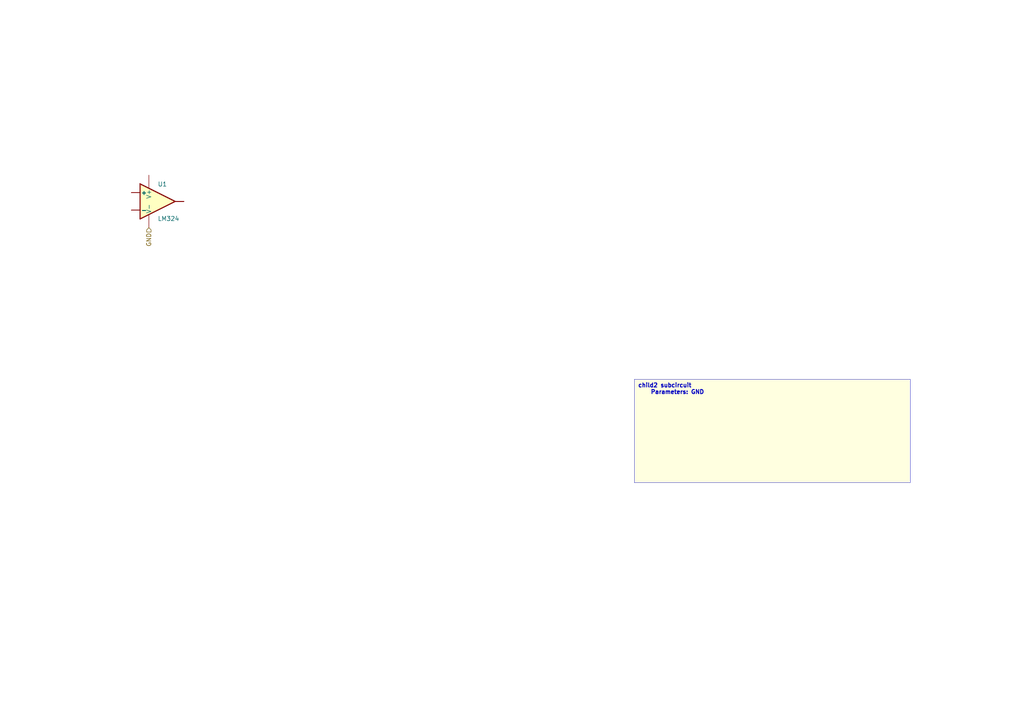
<source format=kicad_sch>
(kicad_sch (version 20250114) (generator "circuit_synth") (generator_version "9.0")
  (paper "A4")
  (lib_symbols
    (symbol "Amplifier_Operational:LM324" (pin_numbers hide) (pin_names (offset 0.254))
      (property "Reference" "U" (at 0.0 0.0 0))
      (property "Value" "LM324" (at 0.0 0.0 0))
      (symbol "LM324_0_1"
        (polyline (pts (xy -5.08 5.08) (xy 5.08 0.0) (xy -5.08 -5.08) (xy -5.08 5.08)) (stroke (width 0.254)) (fill (type background)))
        (polyline (pts (xy -5.08 5.08) (xy 5.08 0.0) (xy -5.08 -5.08) (xy -5.08 5.08)) (stroke (width 0.254)) (fill (type background)))
        (polyline (pts (xy -5.08 5.08) (xy 5.08 0.0) (xy -5.08 -5.08) (xy -5.08 5.08)) (stroke (width 0.254)) (fill (type background)))
        (polyline (pts (xy -5.08 5.08) (xy 5.08 0.0) (xy -5.08 -5.08) (xy -5.08 5.08)) (stroke (width 0.254)) (fill (type background)))
      )
      (symbol "LM324_1_1"
        (pin input line (at -7.62 2.54 0) (length 2.54) (name +) (number "3"))
        (pin input line (at -7.62 -2.54 0) (length 2.54) (name -) (number "2"))
        (pin output line (at 7.62 0.0 180) (length 2.54) (name ~) (number "1"))
        (pin input line (at -7.62 2.54 0) (length 2.54) (name +) (number "5"))
        (pin input line (at -7.62 -2.54 0) (length 2.54) (name -) (number "6"))
        (pin output line (at 7.62 0.0 180) (length 2.54) (name ~) (number "7"))
        (pin input line (at -7.62 2.54 0) (length 2.54) (name +) (number "10"))
        (pin input line (at -7.62 -2.54 0) (length 2.54) (name -) (number "9"))
        (pin output line (at 7.62 0.0 180) (length 2.54) (name ~) (number "8"))
        (pin input line (at -7.62 2.54 0) (length 2.54) (name +) (number "12"))
        (pin input line (at -7.62 -2.54 0) (length 2.54) (name -) (number "13"))
        (pin output line (at 7.62 0.0 180) (length 2.54) (name ~) (number "14"))
        (pin power_in line (at -2.54 7.62 270) (length 3.81) (name V+) (number "4"))
        (pin power_in line (at -2.54 -7.62 90) (length 3.81) (name V-) (number "11"))
      )
    )
  )
  (title_block (title child2) (date 2025-08-08) (company Circuit-Synth))
  (symbol (lib_id "Amplifier_Operational:LM324") (at 45.72 58.42 0) (unit 1)
    (property "Reference" "U1" (at 45.72 53.42 0) (effects (justify left)))
    (property "Value" "LM324" (at 45.72 63.42 0) (effects (justify left)))
  )
  (hierarchical_label GND (shape input) (at 43.18 66.04 270))
  (text_box "child2 subcircuit\n    Parameters: GND" (exclude_from_sim yes) (at 184.0 110.0 0) (size 80.0 30.0) (margins 1.0 1.0 1.0 1.0) (stroke (width 0.1)) (fill (type color) (color 255 255 224 1)) (effects (font (size 1.2 1.2) (thickness 0.254)) (justify left top)))
)
</source>
